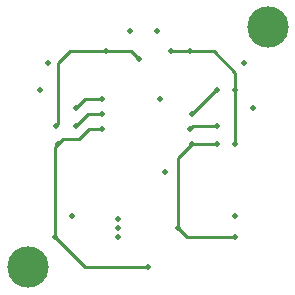
<source format=gbr>
%TF.GenerationSoftware,KiCad,Pcbnew,7.0.9*%
%TF.CreationDate,2023-12-14T21:42:17-08:00*%
%TF.ProjectId,encoder-board,656e636f-6465-4722-9d62-6f6172642e6b,rev?*%
%TF.SameCoordinates,Original*%
%TF.FileFunction,Copper,L2,Inr*%
%TF.FilePolarity,Positive*%
%FSLAX46Y46*%
G04 Gerber Fmt 4.6, Leading zero omitted, Abs format (unit mm)*
G04 Created by KiCad (PCBNEW 7.0.9) date 2023-12-14 21:42:17*
%MOMM*%
%LPD*%
G01*
G04 APERTURE LIST*
%TA.AperFunction,ComponentPad*%
%ADD10C,3.500000*%
%TD*%
%TA.AperFunction,ViaPad*%
%ADD11C,0.500000*%
%TD*%
%TA.AperFunction,Conductor*%
%ADD12C,0.250000*%
%TD*%
G04 APERTURE END LIST*
D10*
%TO.N,GND*%
%TO.C,H2*%
X27940000Y-48260000D03*
%TD*%
%TO.N,GND*%
%TO.C,H1*%
X48260000Y-27940000D03*
%TD*%
D11*
%TO.N,GND*%
X45466000Y-43942000D03*
X46990000Y-34798000D03*
X28956000Y-33274000D03*
X35560000Y-44196000D03*
X31650500Y-43923154D03*
X39573200Y-40182800D03*
X35560000Y-45720000D03*
X35560000Y-44958000D03*
X39116000Y-34036000D03*
%TO.N,A2*%
X34544000Y-29972000D03*
X30327600Y-36322000D03*
X37338254Y-30632400D03*
%TO.N,A1*%
X40081200Y-29972000D03*
X45490500Y-33224747D03*
X45490500Y-37817939D03*
X41656000Y-29972000D03*
%TO.N,D2*%
X30504500Y-37846000D03*
X34239200Y-36576000D03*
X38100000Y-48268000D03*
X30276800Y-45720000D03*
%TO.N,D1*%
X45466000Y-45720000D03*
X40640000Y-44958000D03*
X41808400Y-37846000D03*
X43942000Y-37846000D03*
%TO.N,Net-(U3A--)*%
X41656000Y-36576000D03*
X43942000Y-36322000D03*
%TO.N,Net-(U3A-+)*%
X41808400Y-35306000D03*
X43942000Y-33274000D03*
%TO.N,Net-(U3B-+)*%
X34239200Y-34036000D03*
X32004000Y-34798000D03*
%TO.N,Net-(U3B--)*%
X32004000Y-36322000D03*
X34239200Y-35306000D03*
%TO.N,Net-(U1-A)*%
X38862000Y-28244800D03*
X46278800Y-30988000D03*
%TO.N,Net-(U2-A)*%
X29667200Y-30988000D03*
X36576000Y-28244800D03*
%TD*%
D12*
%TO.N,A2*%
X30530800Y-36118800D02*
X30530800Y-30941200D01*
X30530800Y-30941200D02*
X31500000Y-29972000D01*
X30327600Y-36322000D02*
X30530800Y-36118800D01*
X36677854Y-29972000D02*
X34544000Y-29972000D01*
X31500000Y-29972000D02*
X34544000Y-29972000D01*
X37338254Y-30632400D02*
X36677854Y-29972000D01*
%TO.N,A1*%
X45490500Y-31774500D02*
X43688000Y-29972000D01*
X45490500Y-37817939D02*
X45516800Y-37791639D01*
X45490500Y-33224747D02*
X45490500Y-31774500D01*
X40081200Y-29972000D02*
X41656000Y-29972000D01*
X45490500Y-37817939D02*
X45490500Y-33224747D01*
X43688000Y-29972000D02*
X41656000Y-29972000D01*
%TO.N,D2*%
X30504500Y-37846000D02*
X30910900Y-37439600D01*
X30504500Y-37846000D02*
X30276800Y-38073700D01*
X30910900Y-37439600D02*
X32258000Y-37439600D01*
X33121600Y-36576000D02*
X34239200Y-36576000D01*
X32824800Y-48268000D02*
X38100000Y-48268000D01*
X32258000Y-37439600D02*
X33121600Y-36576000D01*
X30276800Y-38073700D02*
X30276800Y-45720000D01*
X30276800Y-45720000D02*
X32824800Y-48268000D01*
%TO.N,D1*%
X40640000Y-39014400D02*
X40640000Y-44958000D01*
X40640000Y-44958000D02*
X41402000Y-45720000D01*
X41808400Y-37846000D02*
X40640000Y-39014400D01*
X41402000Y-45720000D02*
X45466000Y-45720000D01*
X41808400Y-37846000D02*
X43942000Y-37846000D01*
%TO.N,Net-(U3A--)*%
X41910000Y-36322000D02*
X43942000Y-36322000D01*
X41656000Y-36576000D02*
X41910000Y-36322000D01*
%TO.N,Net-(U3A-+)*%
X43840400Y-33274000D02*
X43942000Y-33274000D01*
X41808400Y-35306000D02*
X43840400Y-33274000D01*
%TO.N,Net-(U3B-+)*%
X34239200Y-34036000D02*
X32766000Y-34036000D01*
X32766000Y-34036000D02*
X32004000Y-34798000D01*
%TO.N,Net-(U3B--)*%
X34239200Y-35306000D02*
X33020000Y-35306000D01*
X33020000Y-35306000D02*
X32004000Y-36322000D01*
%TD*%
M02*

</source>
